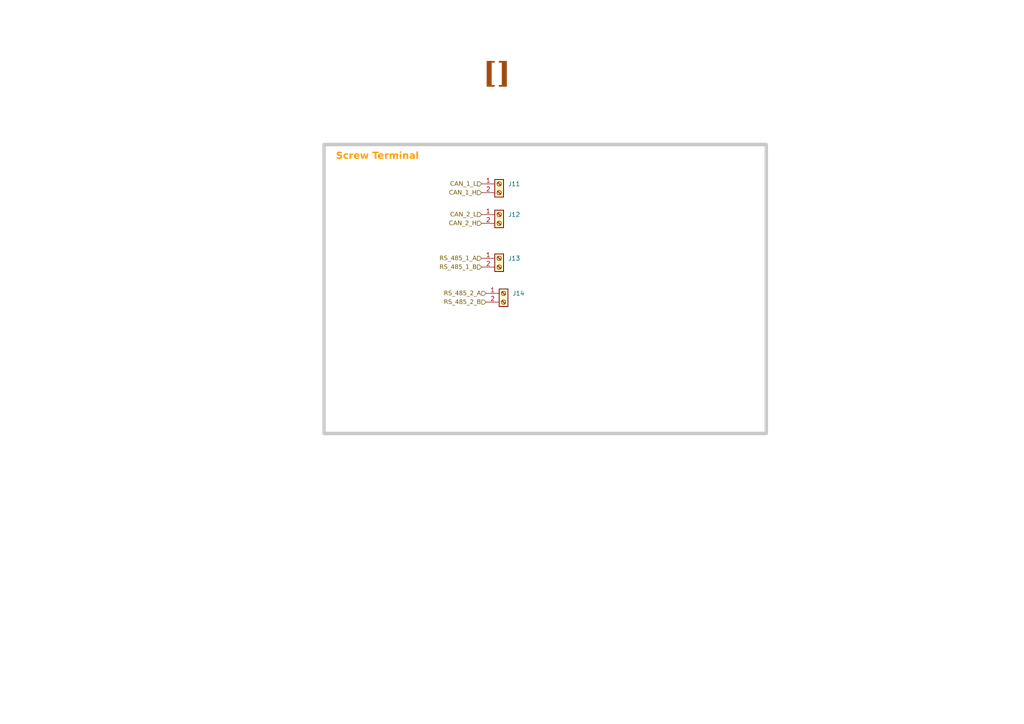
<source format=kicad_sch>
(kicad_sch (version 20231120) (generator "eeschema") (generator_version "8.0")
  (paper "A4")
  (lib_symbols
    (symbol "Connector:Screw_Terminal_01x02" (pin_names (offset 1.016) hide)
      (property "Reference" "J" (at 0 2.54 0))
      (property "Value" "Screw_Terminal_01x02" (at 0 -5.08 0))
      (symbol "Screw_Terminal_01x02_1_1"
        (rectangle (start -1.27 1.27) (end 1.27 -3.81) (stroke (width 0.254)) (fill (type background)))
        (circle (center 0 -2.54) (radius 0.635) (stroke (width 0.1524)))
        (polyline (pts (xy -0.5334 -2.2098) (xy 0.3302 -3.048)) (stroke (width 0.1524)))
        (polyline (pts (xy -0.5334 0.3302) (xy 0.3302 -0.508)) (stroke (width 0.1524)))
        (polyline (pts (xy -0.3556 -2.032) (xy 0.508 -2.8702)) (stroke (width 0.1524)))
        (polyline (pts (xy -0.3556 0.508) (xy 0.508 -0.3302)) (stroke (width 0.1524)))
        (circle (center 0 0) (radius 0.635) (stroke (width 0.1524)))
        (pin passive line (at -5.08 0 0) (length 3.81) (name "Pin_1") (number "1"))
        (pin passive line (at -5.08 -2.54 0) (length 3.81) (name "Pin_2") (number "2"))
      )
    )
  )
  (rectangle (start 93.98 41.91) (end 222.25 125.73) (stroke (width 1) (color 200 200 200 1)))
  (text "[${#}] ${SHEETNAME}" (at 145.542 23.368 0) (effects (font (size 6 6) (thickness 0.254) (bold yes))))
  (text "Screw Terminal" (at 109.474 45.974 0) (effects (font (size 2 2) (thickness 0.4) (bold yes))))
  (hierarchical_label "CAN_2_H" (shape input) (at 139.7 64.77 180))
  (hierarchical_label "RS_485_2_B" (shape input) (at 140.97 87.63 180))
  (hierarchical_label "CAN_1_L" (shape input) (at 139.7 53.34 180))
  (hierarchical_label "RS_485_2_A" (shape input) (at 140.97 85.09 180))
  (hierarchical_label "RS_485_1_A" (shape input) (at 139.7 74.93 180))
  (hierarchical_label "CAN_1_H" (shape input) (at 139.7 55.88 180))
  (hierarchical_label "CAN_2_L" (shape input) (at 139.7 62.23 180))
  (hierarchical_label "RS_485_1_B" (shape input) (at 139.7 77.47 180))
  (symbol (lib_id "Connector:Screw_Terminal_01x02") (at 146.05 85.09 0) (unit 1)
    (property "Reference" "J14" (at 148.59 85.0899 0) (effects (justify left)))
    (property "Value" "RS_485_2" (effects (hide yes)))
    (property "Footprint" "TerminalBlock_Phoenix:TerminalBlock_Phoenix_PT-1,5-2-5.0-H_1x02_P5.00mm_Horizontal" (effects (hide yes)))
    (property "Description" "Generic screw terminal, single row, 01x02, script generated (kicad-library-utils/schlib/autogen/connector/)" (effects (hide yes)))
  )
  (symbol (lib_id "Connector:Screw_Terminal_01x02") (at 144.78 74.93 0) (unit 1)
    (property "Reference" "J13" (at 147.32 74.9299 0) (effects (justify left)))
    (property "Value" "RS_485_1" (effects (hide yes)))
    (property "Footprint" "TerminalBlock_Phoenix:TerminalBlock_Phoenix_PT-1,5-2-5.0-H_1x02_P5.00mm_Horizontal" (effects (hide yes)))
    (property "Description" "Generic screw terminal, single row, 01x02, script generated (kicad-library-utils/schlib/autogen/connector/)" (effects (hide yes)))
  )
  (symbol (lib_id "Connector:Screw_Terminal_01x02") (at 144.78 62.23 0) (unit 1)
    (property "Reference" "J12" (at 147.32 62.2299 0) (effects (justify left)))
    (property "Value" "CAN_2" (effects (hide yes)))
    (property "Footprint" "TerminalBlock_Phoenix:TerminalBlock_Phoenix_PT-1,5-2-5.0-H_1x02_P5.00mm_Horizontal" (effects (hide yes)))
    (property "Description" "Generic screw terminal, single row, 01x02, script generated (kicad-library-utils/schlib/autogen/connector/)" (effects (hide yes)))
  )
  (symbol (lib_id "Connector:Screw_Terminal_01x02") (at 144.78 53.34 0) (unit 1)
    (property "Reference" "J11" (at 147.32 53.3399 0) (effects (justify left)))
    (property "Value" "CAN_1" (effects (hide yes)))
    (property "Footprint" "TerminalBlock_Phoenix:TerminalBlock_Phoenix_PT-1,5-2-5.0-H_1x02_P5.00mm_Horizontal" (effects (hide yes)))
    (property "Description" "Generic screw terminal, single row, 01x02, script generated (kicad-library-utils/schlib/autogen/connector/)" (effects (hide yes)))
  )
)
</source>
